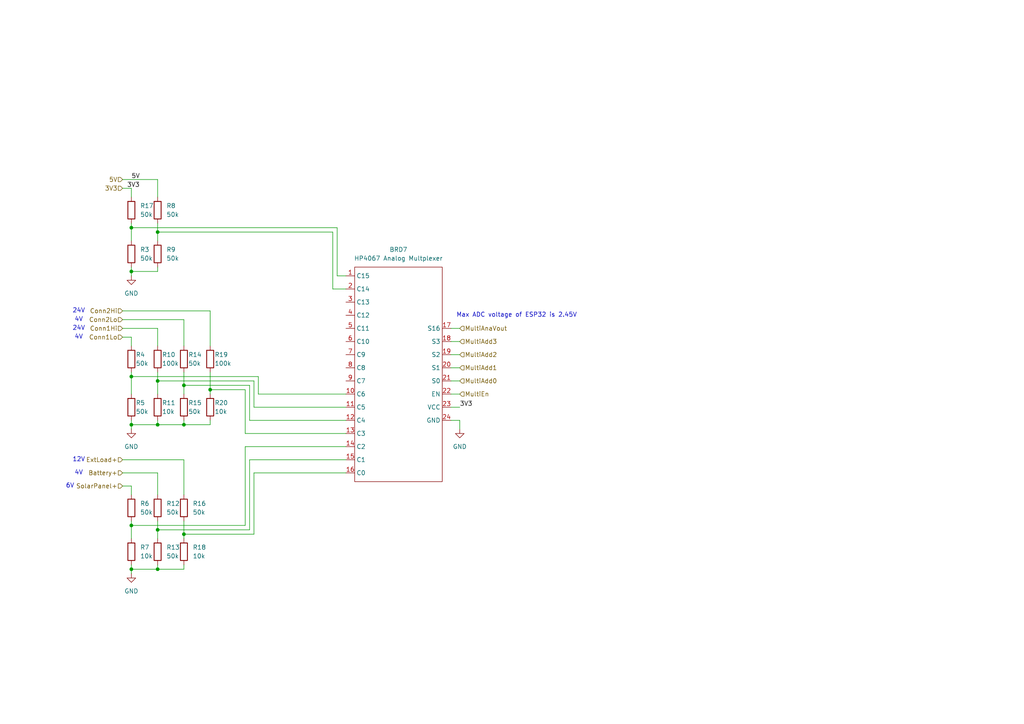
<source format=kicad_sch>
(kicad_sch (version 20250114) (generator "eeschema") (generator_version "9.0")
  (paper "A4")
  (lib_symbols
    (symbol "Device:R" (pin_numbers (hide yes)) (pin_names (offset 0))
      (property "Reference" "R" (at 2.032 0 90))
      (property "Value" "R" (at 0 0 90))
      (symbol "R_0_1"
        (rectangle (start -1.016 -2.54) (end 1.016 2.54) (stroke (width 0.254)))
      )
      (symbol "R_1_1"
        (pin passive line (at 0 3.81 270) (length 1.27) (name "~") (number "1"))
        (pin passive line (at 0 -3.81 90) (length 1.27) (name "~") (number "2"))
      )
    )
    (symbol "power:GND" (power) (pin_numbers (hide yes)) (pin_names (offset 0) (hide yes))
      (property "Value" "GND" (at 0 -3.81 0))
      (symbol "GND_0_1"
        (polyline (pts (xy 0 0) (xy 0 -1.27) (xy 1.27 -1.27) (xy 0 -2.54) (xy -1.27 -1.27) (xy 0 -1.27)))
      )
      (symbol "GND_1_1"
        (pin power_in line (at 0 0 270) (length 0) (name "~") (number "1"))
      )
    )
    (symbol "stimatofali:HP4067"
      (property "Reference" "BRD" (at 0 0 0))
      (property "Value" "HP4067 Analog Multplexer" (at 0 0 0))
      (symbol "HP4067_0_1"
        (rectangle (start -12.7 31.75) (end 12.7 -30.48))
      )
      (symbol "HP4067_1_1"
        (pin output line (at -15.24 29.21 0) (length 2.54) (name "C15") (number "1"))
        (pin output line (at -15.24 25.4 0) (length 2.54) (name "C14") (number "2"))
        (pin output line (at -15.24 21.59 0) (length 2.54) (name "C13") (number "3"))
        (pin output line (at -15.24 17.78 0) (length 2.54) (name "C12") (number "4"))
        (pin output line (at -15.24 13.97 0) (length 2.54) (name "C11") (number "5"))
        (pin output line (at -15.24 10.16 0) (length 2.54) (name "C10") (number "6"))
        (pin output line (at -15.24 6.35 0) (length 2.54) (name "C9") (number "7"))
        (pin output line (at -15.24 2.54 0) (length 2.54) (name "C8") (number "8"))
        (pin output line (at -15.24 -1.27 0) (length 2.54) (name "C7") (number "9"))
        (pin output line (at -15.24 -5.08 0) (length 2.54) (name "C6") (number "10"))
        (pin output line (at -15.24 -8.89 0) (length 2.54) (name "C5") (number "11"))
        (pin output line (at -15.24 -12.7 0) (length 2.54) (name "C4") (number "12"))
        (pin output line (at -15.24 -16.51 0) (length 2.54) (name "C3") (number "13"))
        (pin output line (at -15.24 -20.32 0) (length 2.54) (name "C2") (number "14"))
        (pin output line (at -15.24 -24.13 0) (length 2.54) (name "C1") (number "15"))
        (pin output line (at -15.24 -27.94 0) (length 2.54) (name "C0") (number "16"))
        (pin output line (at 15.24 13.97 180) (length 2.54) (name "S16") (number "17"))
        (pin output line (at 15.24 10.16 180) (length 2.54) (name "S3") (number "18"))
        (pin output line (at 15.24 6.35 180) (length 2.54) (name "S2") (number "19"))
        (pin output line (at 15.24 2.54 180) (length 2.54) (name "S1") (number "20"))
        (pin output line (at 15.24 -1.27 180) (length 2.54) (name "S0") (number "21"))
        (pin output line (at 15.24 -5.08 180) (length 2.54) (name "EN") (number "22"))
        (pin output line (at 15.24 -8.89 180) (length 2.54) (name "VCC") (number "23"))
        (pin output line (at 15.24 -12.7 180) (length 2.54) (name "GND") (number "24"))
      )
    )
  )
  (text "6V" (at 20.32 140.97 0) (effects (font (size 1.27 1.27))))
  (text "24V" (at 22.86 90.17 0) (effects (font (size 1.27 1.27))))
  (text "4V" (at 22.86 92.71 0) (effects (font (size 1.27 1.27))))
  (text "24V" (at 22.86 95.25 0) (effects (font (size 1.27 1.27))))
  (text "4V" (at 22.86 97.79 0) (effects (font (size 1.27 1.27))))
  (text "12V" (at 22.86 133.35 0) (effects (font (size 1.27 1.27))))
  (text "Max ADC voltage of ESP32 is 2.45V" (at 149.86 91.44 0) (effects (font (size 1.27 1.27))))
  (text "4V" (at 22.86 137.16 0) (effects (font (size 1.27 1.27))))
  (junction (at 53.34 111.76))
  (junction (at 45.72 123.19))
  (junction (at 60.96 113.03))
  (junction (at 45.72 110.49))
  (junction (at 38.1 165.1))
  (junction (at 38.1 78.74))
  (junction (at 38.1 109.22))
  (junction (at 38.1 152.4))
  (junction (at 45.72 153.67))
  (junction (at 45.72 67.31))
  (junction (at 53.34 154.94))
  (junction (at 45.72 165.1))
  (junction (at 38.1 123.19))
  (junction (at 53.34 123.19))
  (junction (at 38.1 66.04))
  (wire (pts (xy 72.39 133.35) (xy 72.39 153.67)))
  (wire (pts (xy 53.34 111.76) (xy 72.39 111.76)))
  (wire (pts (xy 130.81 118.11) (xy 133.35 118.11)))
  (wire (pts (xy 35.56 92.71) (xy 53.34 92.71)))
  (wire (pts (xy 130.81 114.3) (xy 133.35 114.3)))
  (wire (pts (xy 60.96 107.95) (xy 60.96 113.03)))
  (wire (pts (xy 45.72 67.31) (xy 96.52 67.31)))
  (wire (pts (xy 130.81 110.49) (xy 133.35 110.49)))
  (wire (pts (xy 38.1 152.4) (xy 38.1 156.21)))
  (wire (pts (xy 38.1 109.22) (xy 74.93 109.22)))
  (wire (pts (xy 97.79 80.01) (xy 100.33 80.01)))
  (wire (pts (xy 53.34 123.19) (xy 60.96 123.19)))
  (wire (pts (xy 53.34 92.71) (xy 53.34 100.33)))
  (wire (pts (xy 60.96 90.17) (xy 60.96 100.33)))
  (wire (pts (xy 45.72 107.95) (xy 45.72 110.49)))
  (wire (pts (xy 130.81 99.06) (xy 133.35 99.06)))
  (wire (pts (xy 38.1 140.97) (xy 38.1 143.51)))
  (wire (pts (xy 45.72 121.92) (xy 45.72 123.19)))
  (wire (pts (xy 35.56 137.16) (xy 45.72 137.16)))
  (wire (pts (xy 45.72 123.19) (xy 53.34 123.19)))
  (wire (pts (xy 38.1 109.22) (xy 38.1 114.3)))
  (wire (pts (xy 45.72 110.49) (xy 73.66 110.49)))
  (wire (pts (xy 53.34 154.94) (xy 53.34 156.21)))
  (wire (pts (xy 71.12 152.4) (xy 71.12 129.54)))
  (wire (pts (xy 53.34 111.76) (xy 53.34 114.3)))
  (wire (pts (xy 73.66 118.11) (xy 100.33 118.11)))
  (wire (pts (xy 38.1 78.74) (xy 38.1 80.01)))
  (wire (pts (xy 35.56 140.97) (xy 38.1 140.97)))
  (wire (pts (xy 35.56 90.17) (xy 60.96 90.17)))
  (wire (pts (xy 45.72 163.83) (xy 45.72 165.1)))
  (wire (pts (xy 38.1 151.13) (xy 38.1 152.4)))
  (wire (pts (xy 53.34 133.35) (xy 53.34 143.51)))
  (wire (pts (xy 133.35 121.92) (xy 133.35 124.46)))
  (wire (pts (xy 97.79 66.04) (xy 97.79 80.01)))
  (wire (pts (xy 38.1 66.04) (xy 97.79 66.04)))
  (wire (pts (xy 130.81 106.68) (xy 133.35 106.68)))
  (wire (pts (xy 100.33 121.92) (xy 72.39 121.92)))
  (wire (pts (xy 35.56 54.61) (xy 38.1 54.61)))
  (wire (pts (xy 45.72 95.25) (xy 45.72 100.33)))
  (wire (pts (xy 100.33 133.35) (xy 72.39 133.35)))
  (wire (pts (xy 53.34 107.95) (xy 53.34 111.76)))
  (wire (pts (xy 38.1 54.61) (xy 38.1 57.15)))
  (wire (pts (xy 38.1 77.47) (xy 38.1 78.74)))
  (wire (pts (xy 60.96 123.19) (xy 60.96 121.92)))
  (wire (pts (xy 38.1 123.19) (xy 45.72 123.19)))
  (wire (pts (xy 45.72 77.47) (xy 45.72 78.74)))
  (wire (pts (xy 38.1 165.1) (xy 45.72 165.1)))
  (wire (pts (xy 71.12 125.73) (xy 100.33 125.73)))
  (wire (pts (xy 38.1 66.04) (xy 38.1 69.85)))
  (wire (pts (xy 38.1 107.95) (xy 38.1 109.22)))
  (wire (pts (xy 38.1 121.92) (xy 38.1 123.19)))
  (wire (pts (xy 45.72 110.49) (xy 45.72 114.3)))
  (wire (pts (xy 130.81 95.25) (xy 133.35 95.25)))
  (wire (pts (xy 38.1 163.83) (xy 38.1 165.1)))
  (wire (pts (xy 74.93 114.3) (xy 100.33 114.3)))
  (wire (pts (xy 60.96 113.03) (xy 71.12 113.03)))
  (wire (pts (xy 45.72 151.13) (xy 45.72 153.67)))
  (wire (pts (xy 73.66 110.49) (xy 73.66 118.11)))
  (wire (pts (xy 38.1 97.79) (xy 38.1 100.33)))
  (wire (pts (xy 45.72 64.77) (xy 45.72 67.31)))
  (wire (pts (xy 60.96 113.03) (xy 60.96 114.3)))
  (wire (pts (xy 38.1 123.19) (xy 38.1 124.46)))
  (wire (pts (xy 35.56 52.07) (xy 45.72 52.07)))
  (wire (pts (xy 96.52 83.82) (xy 96.52 67.31)))
  (wire (pts (xy 73.66 154.94) (xy 73.66 137.16)))
  (wire (pts (xy 130.81 102.87) (xy 133.35 102.87)))
  (wire (pts (xy 35.56 133.35) (xy 53.34 133.35)))
  (wire (pts (xy 38.1 152.4) (xy 71.12 152.4)))
  (wire (pts (xy 100.33 83.82) (xy 96.52 83.82)))
  (wire (pts (xy 35.56 97.79) (xy 38.1 97.79)))
  (wire (pts (xy 35.56 95.25) (xy 45.72 95.25)))
  (wire (pts (xy 53.34 151.13) (xy 53.34 154.94)))
  (wire (pts (xy 130.81 121.92) (xy 133.35 121.92)))
  (wire (pts (xy 53.34 121.92) (xy 53.34 123.19)))
  (wire (pts (xy 74.93 109.22) (xy 74.93 114.3)))
  (wire (pts (xy 38.1 64.77) (xy 38.1 66.04)))
  (wire (pts (xy 45.72 153.67) (xy 45.72 156.21)))
  (wire (pts (xy 53.34 165.1) (xy 53.34 163.83)))
  (wire (pts (xy 72.39 121.92) (xy 72.39 111.76)))
  (wire (pts (xy 71.12 113.03) (xy 71.12 125.73)))
  (wire (pts (xy 45.72 137.16) (xy 45.72 143.51)))
  (wire (pts (xy 38.1 78.74) (xy 45.72 78.74)))
  (wire (pts (xy 45.72 67.31) (xy 45.72 69.85)))
  (wire (pts (xy 73.66 137.16) (xy 100.33 137.16)))
  (wire (pts (xy 45.72 165.1) (xy 53.34 165.1)))
  (wire (pts (xy 71.12 129.54) (xy 100.33 129.54)))
  (wire (pts (xy 38.1 165.1) (xy 38.1 166.37)))
  (wire (pts (xy 45.72 153.67) (xy 72.39 153.67)))
  (wire (pts (xy 53.34 154.94) (xy 73.66 154.94)))
  (wire (pts (xy 45.72 52.07) (xy 45.72 57.15)))
  (label "3V3" (at 36.83 54.61 0))
  (label "5V" (at 38.1 52.07 0))
  (label "3V3" (at 133.35 118.11 0))
  (hierarchical_label "MultiEn" (shape input) (at 133.35 114.3 0))
  (hierarchical_label "SolarPanel+" (shape input) (at 35.56 140.97 180))
  (hierarchical_label "MultiAdd2" (shape input) (at 133.35 102.87 0))
  (hierarchical_label "Conn2Hi" (shape input) (at 35.56 90.17 180))
  (hierarchical_label "Battery+" (shape input) (at 35.56 137.16 180))
  (hierarchical_label "Conn2Lo" (shape input) (at 35.56 92.71 180))
  (hierarchical_label "Conn1Hi" (shape input) (at 35.56 95.25 180))
  (hierarchical_label "MultiAnaVout" (shape input) (at 133.35 95.25 0))
  (hierarchical_label "Conn1Lo" (shape input) (at 35.56 97.79 180))
  (hierarchical_label "MultiAdd3" (shape input) (at 133.35 99.06 0))
  (hierarchical_label "MultiAdd1" (shape input) (at 133.35 106.68 0))
  (hierarchical_label "ExtLoad+" (shape input) (at 35.56 133.35 180))
  (hierarchical_label "5V" (shape input) (at 35.56 52.07 180))
  (hierarchical_label "MultiAdd0" (shape input) (at 133.35 110.49 0))
  (hierarchical_label "3V3" (shape input) (at 35.56 54.61 180))
  (symbol (lib_id "Device:R") (at 38.1 104.14 0) (unit 1)
    (property "Reference" "R4" (at 39.37 102.87 0) (effects (justify left)))
    (property "Value" "50k" (at 39.37 105.41 0) (effects (justify left)))
    (property "Footprint" "Resistor_SMD:R_1206_3216Metric_Pad1.30x1.75mm_HandSolder" (effects (hide yes)))
    (property "Description" "Resistor" (effects (hide yes)))
  )
  (symbol (lib_id "stimatofali:HP4067") (at 115.57 109.22 0) (unit 1)
    (property "Reference" "BRD7" (at 115.57 72.39 0))
    (property "Value" "HP4067 Analog Multplexer" (at 115.57 74.93 0))
    (property "Footprint" "stimatofali:HP4067 16Ch Analog Multiplexer" (effects (hide yes)))
  )
  (symbol (lib_id "Device:R") (at 38.1 60.96 0) (unit 1)
    (property "Reference" "R17" (at 40.64 59.6899 0) (effects (justify left)))
    (property "Value" "50k" (at 40.64 62.2299 0) (effects (justify left)))
    (property "Footprint" "Resistor_SMD:R_1206_3216Metric_Pad1.30x1.75mm_HandSolder" (effects (hide yes)))
    (property "Description" "Resistor" (effects (hide yes)))
  )
  (symbol (lib_id "Device:R") (at 53.34 147.32 0) (unit 1)
    (property "Reference" "R16" (at 55.88 146.0499 0) (effects (justify left)))
    (property "Value" "50k" (at 55.88 148.5899 0) (effects (justify left)))
    (property "Footprint" "Resistor_SMD:R_1206_3216Metric_Pad1.30x1.75mm_HandSolder" (effects (hide yes)))
    (property "Description" "Resistor" (effects (hide yes)))
  )
  (symbol (lib_id "power:GND") (at 133.35 124.46 0) (unit 1)
    (property "Reference" "#PWR07" (effects (hide yes)))
    (property "Value" "GND" (at 133.35 129.54 0))
    (property "Description" "Power symbol creates a global label with name \"GND\" , ground" (effects (hide yes)))
  )
  (symbol (lib_id "Device:R") (at 45.72 104.14 0) (unit 1)
    (property "Reference" "R10" (at 46.99 102.87 0) (effects (justify left)))
    (property "Value" "100k" (at 46.99 105.41 0) (effects (justify left)))
    (property "Footprint" "Resistor_SMD:R_1206_3216Metric_Pad1.30x1.75mm_HandSolder" (effects (hide yes)))
    (property "Description" "Resistor" (effects (hide yes)))
  )
  (symbol (lib_id "Device:R") (at 45.72 147.32 0) (unit 1)
    (property "Reference" "R12" (at 48.26 146.0499 0) (effects (justify left)))
    (property "Value" "50k" (at 48.26 148.5899 0) (effects (justify left)))
    (property "Footprint" "Resistor_SMD:R_1206_3216Metric_Pad1.30x1.75mm_HandSolder" (effects (hide yes)))
    (property "Description" "Resistor" (effects (hide yes)))
  )
  (symbol (lib_id "Device:R") (at 38.1 73.66 0) (unit 1)
    (property "Reference" "R3" (at 40.64 72.3899 0) (effects (justify left)))
    (property "Value" "50k" (at 40.64 74.9299 0) (effects (justify left)))
    (property "Footprint" "Resistor_SMD:R_1206_3216Metric_Pad1.30x1.75mm_HandSolder" (effects (hide yes)))
    (property "Description" "Resistor" (effects (hide yes)))
  )
  (symbol (lib_id "power:GND") (at 38.1 124.46 0) (unit 1)
    (property "Reference" "#PWR022" (effects (hide yes)))
    (property "Value" "GND" (at 38.1 129.54 0))
    (property "Description" "Power symbol creates a global label with name \"GND\" , ground" (effects (hide yes)))
  )
  (symbol (lib_id "Device:R") (at 60.96 118.11 0) (unit 1)
    (property "Reference" "R20" (at 62.23 116.84 0) (effects (justify left)))
    (property "Value" "10k" (at 62.23 119.38 0) (effects (justify left)))
    (property "Footprint" "Resistor_SMD:R_1206_3216Metric_Pad1.30x1.75mm_HandSolder" (effects (hide yes)))
    (property "Description" "Resistor" (effects (hide yes)))
  )
  (symbol (lib_id "Device:R") (at 38.1 118.11 0) (unit 1)
    (property "Reference" "R5" (at 39.37 116.84 0) (effects (justify left)))
    (property "Value" "50k" (at 39.37 119.38 0) (effects (justify left)))
    (property "Footprint" "Resistor_SMD:R_1206_3216Metric_Pad1.30x1.75mm_HandSolder" (effects (hide yes)))
    (property "Description" "Resistor" (effects (hide yes)))
  )
  (symbol (lib_id "Device:R") (at 45.72 118.11 0) (unit 1)
    (property "Reference" "R11" (at 46.99 116.84 0) (effects (justify left)))
    (property "Value" "10k" (at 46.99 119.38 0) (effects (justify left)))
    (property "Footprint" "Resistor_SMD:R_1206_3216Metric_Pad1.30x1.75mm_HandSolder" (effects (hide yes)))
    (property "Description" "Resistor" (effects (hide yes)))
  )
  (symbol (lib_id "Device:R") (at 45.72 160.02 0) (unit 1)
    (property "Reference" "R13" (at 48.26 158.7499 0) (effects (justify left)))
    (property "Value" "50k" (at 48.26 161.2899 0) (effects (justify left)))
    (property "Footprint" "Resistor_SMD:R_1206_3216Metric_Pad1.30x1.75mm_HandSolder" (effects (hide yes)))
    (property "Description" "Resistor" (effects (hide yes)))
  )
  (symbol (lib_id "Device:R") (at 45.72 60.96 0) (unit 1)
    (property "Reference" "R8" (at 48.26 59.6899 0) (effects (justify left)))
    (property "Value" "50k" (at 48.26 62.2299 0) (effects (justify left)))
    (property "Footprint" "Resistor_SMD:R_1206_3216Metric_Pad1.30x1.75mm_HandSolder" (effects (hide yes)))
    (property "Description" "Resistor" (effects (hide yes)))
  )
  (symbol (lib_id "Device:R") (at 53.34 118.11 0) (unit 1)
    (property "Reference" "R15" (at 54.61 116.84 0) (effects (justify left)))
    (property "Value" "50k" (at 54.61 119.38 0) (effects (justify left)))
    (property "Footprint" "Resistor_SMD:R_1206_3216Metric_Pad1.30x1.75mm_HandSolder" (effects (hide yes)))
    (property "Description" "Resistor" (effects (hide yes)))
  )
  (symbol (lib_id "Device:R") (at 53.34 104.14 0) (unit 1)
    (property "Reference" "R14" (at 54.61 102.87 0) (effects (justify left)))
    (property "Value" "50k" (at 54.61 105.41 0) (effects (justify left)))
    (property "Footprint" "Resistor_SMD:R_1206_3216Metric_Pad1.30x1.75mm_HandSolder" (effects (hide yes)))
    (property "Description" "Resistor" (effects (hide yes)))
  )
  (symbol (lib_id "Device:R") (at 53.34 160.02 0) (unit 1)
    (property "Reference" "R18" (at 55.88 158.7499 0) (effects (justify left)))
    (property "Value" "10k" (at 55.88 161.2899 0) (effects (justify left)))
    (property "Footprint" "Resistor_SMD:R_1206_3216Metric_Pad1.30x1.75mm_HandSolder" (effects (hide yes)))
    (property "Description" "Resistor" (effects (hide yes)))
  )
  (symbol (lib_id "power:GND") (at 38.1 166.37 0) (unit 1)
    (property "Reference" "#PWR029" (effects (hide yes)))
    (property "Value" "GND" (at 38.1 171.45 0))
    (property "Description" "Power symbol creates a global label with name \"GND\" , ground" (effects (hide yes)))
  )
  (symbol (lib_id "Device:R") (at 38.1 147.32 0) (unit 1)
    (property "Reference" "R6" (at 40.64 146.0499 0) (effects (justify left)))
    (property "Value" "50k" (at 40.64 148.5899 0) (effects (justify left)))
    (property "Footprint" "Resistor_SMD:R_1206_3216Metric_Pad1.30x1.75mm_HandSolder" (effects (hide yes)))
    (property "Description" "Resistor" (effects (hide yes)))
  )
  (symbol (lib_id "power:GND") (at 38.1 80.01 0) (unit 1)
    (property "Reference" "#PWR018" (effects (hide yes)))
    (property "Value" "GND" (at 38.1 85.09 0))
    (property "Description" "Power symbol creates a global label with name \"GND\" , ground" (effects (hide yes)))
  )
  (symbol (lib_id "Device:R") (at 60.96 104.14 0) (unit 1)
    (property "Reference" "R19" (at 62.23 102.87 0) (effects (justify left)))
    (property "Value" "100k" (at 62.23 105.41 0) (effects (justify left)))
    (property "Footprint" "Resistor_SMD:R_1206_3216Metric_Pad1.30x1.75mm_HandSolder" (effects (hide yes)))
    (property "Description" "Resistor" (effects (hide yes)))
  )
  (symbol (lib_id "Device:R") (at 45.72 73.66 0) (unit 1)
    (property "Reference" "R9" (at 48.26 72.3899 0) (effects (justify left)))
    (property "Value" "50k" (at 48.26 74.9299 0) (effects (justify left)))
    (property "Footprint" "Resistor_SMD:R_1206_3216Metric_Pad1.30x1.75mm_HandSolder" (effects (hide yes)))
    (property "Description" "Resistor" (effects (hide yes)))
  )
  (symbol (lib_id "Device:R") (at 38.1 160.02 0) (unit 1)
    (property "Reference" "R7" (at 40.64 158.7499 0) (effects (justify left)))
    (property "Value" "10k" (at 40.64 161.2899 0) (effects (justify left)))
    (property "Footprint" "Resistor_SMD:R_1206_3216Metric_Pad1.30x1.75mm_HandSolder" (effects (hide yes)))
    (property "Description" "Resistor" (effects (hide yes)))
  )
)
</source>
